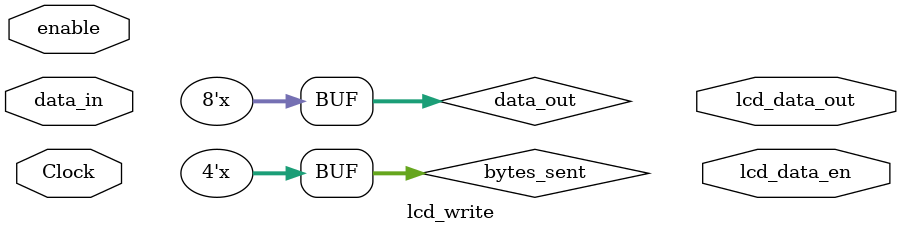
<source format=v>
module lcd_write(
	input Clock,
	input enable,
	input [87:0] data_in,
	output [7:0] lcd_data_out,
	output lcd_data_en
);


parameter 		WAIT = 1'b0,
				SEND = 1'b1;

reg [7:0] data_out;
reg [3:0] bytes_sent;
reg [1:0] reg_state, next;
reg reg_en, new_data;

// Detects everytime data changes
/*always @ (data_in) begin
	bytes_sent <= 4'd0;
end*/

always @ (posedge Clock) begin
	reg_state <= next;
end

always @ (*) begin
	if (enable == 1'b0) begin
		next <= WAIT;
	end
	else begin
		case (reg_state)
			WAIT: begin
				reg_en <= 1'b0;
				data_out <= data_in[7+(bytes_sent*8)-:8];
				if (bytes_sent == 4'd11) begin
					next <= WAIT;
				end
				else begin
					next <= SEND;
				end
			end
			SEND: begin
				reg_en <= 1'b1;
				bytes_sent <= bytes_sent + 1'b1;
				next <= WAIT;
			end
		endcase
	end
end

// IDLE
// WRITE CHAR
endmodule
</source>
